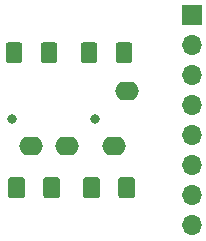
<source format=gts>
G04 #@! TF.GenerationSoftware,KiCad,Pcbnew,5.1.2-f72e74a~84~ubuntu16.04.1*
G04 #@! TF.CreationDate,2019-07-13T03:40:42-04:00*
G04 #@! TF.ProjectId,arcade_joystick_pcb,61726361-6465-45f6-9a6f-79737469636b,rev?*
G04 #@! TF.SameCoordinates,Original*
G04 #@! TF.FileFunction,Soldermask,Top*
G04 #@! TF.FilePolarity,Negative*
%FSLAX46Y46*%
G04 Gerber Fmt 4.6, Leading zero omitted, Abs format (unit mm)*
G04 Created by KiCad (PCBNEW 5.1.2-f72e74a~84~ubuntu16.04.1) date 2019-07-13 03:40:42*
%MOMM*%
%LPD*%
G04 APERTURE LIST*
%ADD10C,0.100000*%
%ADD11C,1.425000*%
%ADD12O,1.700000X1.700000*%
%ADD13R,1.700000X1.700000*%
%ADD14O,2.000000X1.600000*%
%ADD15C,0.800000*%
G04 APERTURE END LIST*
D10*
G36*
X129174504Y-95011204D02*
G01*
X129198773Y-95014804D01*
X129222571Y-95020765D01*
X129245671Y-95029030D01*
X129267849Y-95039520D01*
X129288893Y-95052133D01*
X129308598Y-95066747D01*
X129326777Y-95083223D01*
X129343253Y-95101402D01*
X129357867Y-95121107D01*
X129370480Y-95142151D01*
X129380970Y-95164329D01*
X129389235Y-95187429D01*
X129395196Y-95211227D01*
X129398796Y-95235496D01*
X129400000Y-95260000D01*
X129400000Y-96510000D01*
X129398796Y-96534504D01*
X129395196Y-96558773D01*
X129389235Y-96582571D01*
X129380970Y-96605671D01*
X129370480Y-96627849D01*
X129357867Y-96648893D01*
X129343253Y-96668598D01*
X129326777Y-96686777D01*
X129308598Y-96703253D01*
X129288893Y-96717867D01*
X129267849Y-96730480D01*
X129245671Y-96740970D01*
X129222571Y-96749235D01*
X129198773Y-96755196D01*
X129174504Y-96758796D01*
X129150000Y-96760000D01*
X128225000Y-96760000D01*
X128200496Y-96758796D01*
X128176227Y-96755196D01*
X128152429Y-96749235D01*
X128129329Y-96740970D01*
X128107151Y-96730480D01*
X128086107Y-96717867D01*
X128066402Y-96703253D01*
X128048223Y-96686777D01*
X128031747Y-96668598D01*
X128017133Y-96648893D01*
X128004520Y-96627849D01*
X127994030Y-96605671D01*
X127985765Y-96582571D01*
X127979804Y-96558773D01*
X127976204Y-96534504D01*
X127975000Y-96510000D01*
X127975000Y-95260000D01*
X127976204Y-95235496D01*
X127979804Y-95211227D01*
X127985765Y-95187429D01*
X127994030Y-95164329D01*
X128004520Y-95142151D01*
X128017133Y-95121107D01*
X128031747Y-95101402D01*
X128048223Y-95083223D01*
X128066402Y-95066747D01*
X128086107Y-95052133D01*
X128107151Y-95039520D01*
X128129329Y-95029030D01*
X128152429Y-95020765D01*
X128176227Y-95014804D01*
X128200496Y-95011204D01*
X128225000Y-95010000D01*
X129150000Y-95010000D01*
X129174504Y-95011204D01*
X129174504Y-95011204D01*
G37*
D11*
X128687500Y-95885000D03*
D10*
G36*
X132149504Y-95011204D02*
G01*
X132173773Y-95014804D01*
X132197571Y-95020765D01*
X132220671Y-95029030D01*
X132242849Y-95039520D01*
X132263893Y-95052133D01*
X132283598Y-95066747D01*
X132301777Y-95083223D01*
X132318253Y-95101402D01*
X132332867Y-95121107D01*
X132345480Y-95142151D01*
X132355970Y-95164329D01*
X132364235Y-95187429D01*
X132370196Y-95211227D01*
X132373796Y-95235496D01*
X132375000Y-95260000D01*
X132375000Y-96510000D01*
X132373796Y-96534504D01*
X132370196Y-96558773D01*
X132364235Y-96582571D01*
X132355970Y-96605671D01*
X132345480Y-96627849D01*
X132332867Y-96648893D01*
X132318253Y-96668598D01*
X132301777Y-96686777D01*
X132283598Y-96703253D01*
X132263893Y-96717867D01*
X132242849Y-96730480D01*
X132220671Y-96740970D01*
X132197571Y-96749235D01*
X132173773Y-96755196D01*
X132149504Y-96758796D01*
X132125000Y-96760000D01*
X131200000Y-96760000D01*
X131175496Y-96758796D01*
X131151227Y-96755196D01*
X131127429Y-96749235D01*
X131104329Y-96740970D01*
X131082151Y-96730480D01*
X131061107Y-96717867D01*
X131041402Y-96703253D01*
X131023223Y-96686777D01*
X131006747Y-96668598D01*
X130992133Y-96648893D01*
X130979520Y-96627849D01*
X130969030Y-96605671D01*
X130960765Y-96582571D01*
X130954804Y-96558773D01*
X130951204Y-96534504D01*
X130950000Y-96510000D01*
X130950000Y-95260000D01*
X130951204Y-95235496D01*
X130954804Y-95211227D01*
X130960765Y-95187429D01*
X130969030Y-95164329D01*
X130979520Y-95142151D01*
X130992133Y-95121107D01*
X131006747Y-95101402D01*
X131023223Y-95083223D01*
X131041402Y-95066747D01*
X131061107Y-95052133D01*
X131082151Y-95039520D01*
X131104329Y-95029030D01*
X131127429Y-95020765D01*
X131151227Y-95014804D01*
X131175496Y-95011204D01*
X131200000Y-95010000D01*
X132125000Y-95010000D01*
X132149504Y-95011204D01*
X132149504Y-95011204D01*
G37*
D11*
X131662500Y-95885000D03*
D10*
G36*
X138282004Y-83581204D02*
G01*
X138306273Y-83584804D01*
X138330071Y-83590765D01*
X138353171Y-83599030D01*
X138375349Y-83609520D01*
X138396393Y-83622133D01*
X138416098Y-83636747D01*
X138434277Y-83653223D01*
X138450753Y-83671402D01*
X138465367Y-83691107D01*
X138477980Y-83712151D01*
X138488470Y-83734329D01*
X138496735Y-83757429D01*
X138502696Y-83781227D01*
X138506296Y-83805496D01*
X138507500Y-83830000D01*
X138507500Y-85080000D01*
X138506296Y-85104504D01*
X138502696Y-85128773D01*
X138496735Y-85152571D01*
X138488470Y-85175671D01*
X138477980Y-85197849D01*
X138465367Y-85218893D01*
X138450753Y-85238598D01*
X138434277Y-85256777D01*
X138416098Y-85273253D01*
X138396393Y-85287867D01*
X138375349Y-85300480D01*
X138353171Y-85310970D01*
X138330071Y-85319235D01*
X138306273Y-85325196D01*
X138282004Y-85328796D01*
X138257500Y-85330000D01*
X137332500Y-85330000D01*
X137307996Y-85328796D01*
X137283727Y-85325196D01*
X137259929Y-85319235D01*
X137236829Y-85310970D01*
X137214651Y-85300480D01*
X137193607Y-85287867D01*
X137173902Y-85273253D01*
X137155723Y-85256777D01*
X137139247Y-85238598D01*
X137124633Y-85218893D01*
X137112020Y-85197849D01*
X137101530Y-85175671D01*
X137093265Y-85152571D01*
X137087304Y-85128773D01*
X137083704Y-85104504D01*
X137082500Y-85080000D01*
X137082500Y-83830000D01*
X137083704Y-83805496D01*
X137087304Y-83781227D01*
X137093265Y-83757429D01*
X137101530Y-83734329D01*
X137112020Y-83712151D01*
X137124633Y-83691107D01*
X137139247Y-83671402D01*
X137155723Y-83653223D01*
X137173902Y-83636747D01*
X137193607Y-83622133D01*
X137214651Y-83609520D01*
X137236829Y-83599030D01*
X137259929Y-83590765D01*
X137283727Y-83584804D01*
X137307996Y-83581204D01*
X137332500Y-83580000D01*
X138257500Y-83580000D01*
X138282004Y-83581204D01*
X138282004Y-83581204D01*
G37*
D11*
X137795000Y-84455000D03*
D10*
G36*
X135307004Y-83581204D02*
G01*
X135331273Y-83584804D01*
X135355071Y-83590765D01*
X135378171Y-83599030D01*
X135400349Y-83609520D01*
X135421393Y-83622133D01*
X135441098Y-83636747D01*
X135459277Y-83653223D01*
X135475753Y-83671402D01*
X135490367Y-83691107D01*
X135502980Y-83712151D01*
X135513470Y-83734329D01*
X135521735Y-83757429D01*
X135527696Y-83781227D01*
X135531296Y-83805496D01*
X135532500Y-83830000D01*
X135532500Y-85080000D01*
X135531296Y-85104504D01*
X135527696Y-85128773D01*
X135521735Y-85152571D01*
X135513470Y-85175671D01*
X135502980Y-85197849D01*
X135490367Y-85218893D01*
X135475753Y-85238598D01*
X135459277Y-85256777D01*
X135441098Y-85273253D01*
X135421393Y-85287867D01*
X135400349Y-85300480D01*
X135378171Y-85310970D01*
X135355071Y-85319235D01*
X135331273Y-85325196D01*
X135307004Y-85328796D01*
X135282500Y-85330000D01*
X134357500Y-85330000D01*
X134332996Y-85328796D01*
X134308727Y-85325196D01*
X134284929Y-85319235D01*
X134261829Y-85310970D01*
X134239651Y-85300480D01*
X134218607Y-85287867D01*
X134198902Y-85273253D01*
X134180723Y-85256777D01*
X134164247Y-85238598D01*
X134149633Y-85218893D01*
X134137020Y-85197849D01*
X134126530Y-85175671D01*
X134118265Y-85152571D01*
X134112304Y-85128773D01*
X134108704Y-85104504D01*
X134107500Y-85080000D01*
X134107500Y-83830000D01*
X134108704Y-83805496D01*
X134112304Y-83781227D01*
X134118265Y-83757429D01*
X134126530Y-83734329D01*
X134137020Y-83712151D01*
X134149633Y-83691107D01*
X134164247Y-83671402D01*
X134180723Y-83653223D01*
X134198902Y-83636747D01*
X134218607Y-83622133D01*
X134239651Y-83609520D01*
X134261829Y-83599030D01*
X134284929Y-83590765D01*
X134308727Y-83584804D01*
X134332996Y-83581204D01*
X134357500Y-83580000D01*
X135282500Y-83580000D01*
X135307004Y-83581204D01*
X135307004Y-83581204D01*
G37*
D11*
X134820000Y-84455000D03*
D10*
G36*
X135524504Y-95011204D02*
G01*
X135548773Y-95014804D01*
X135572571Y-95020765D01*
X135595671Y-95029030D01*
X135617849Y-95039520D01*
X135638893Y-95052133D01*
X135658598Y-95066747D01*
X135676777Y-95083223D01*
X135693253Y-95101402D01*
X135707867Y-95121107D01*
X135720480Y-95142151D01*
X135730970Y-95164329D01*
X135739235Y-95187429D01*
X135745196Y-95211227D01*
X135748796Y-95235496D01*
X135750000Y-95260000D01*
X135750000Y-96510000D01*
X135748796Y-96534504D01*
X135745196Y-96558773D01*
X135739235Y-96582571D01*
X135730970Y-96605671D01*
X135720480Y-96627849D01*
X135707867Y-96648893D01*
X135693253Y-96668598D01*
X135676777Y-96686777D01*
X135658598Y-96703253D01*
X135638893Y-96717867D01*
X135617849Y-96730480D01*
X135595671Y-96740970D01*
X135572571Y-96749235D01*
X135548773Y-96755196D01*
X135524504Y-96758796D01*
X135500000Y-96760000D01*
X134575000Y-96760000D01*
X134550496Y-96758796D01*
X134526227Y-96755196D01*
X134502429Y-96749235D01*
X134479329Y-96740970D01*
X134457151Y-96730480D01*
X134436107Y-96717867D01*
X134416402Y-96703253D01*
X134398223Y-96686777D01*
X134381747Y-96668598D01*
X134367133Y-96648893D01*
X134354520Y-96627849D01*
X134344030Y-96605671D01*
X134335765Y-96582571D01*
X134329804Y-96558773D01*
X134326204Y-96534504D01*
X134325000Y-96510000D01*
X134325000Y-95260000D01*
X134326204Y-95235496D01*
X134329804Y-95211227D01*
X134335765Y-95187429D01*
X134344030Y-95164329D01*
X134354520Y-95142151D01*
X134367133Y-95121107D01*
X134381747Y-95101402D01*
X134398223Y-95083223D01*
X134416402Y-95066747D01*
X134436107Y-95052133D01*
X134457151Y-95039520D01*
X134479329Y-95029030D01*
X134502429Y-95020765D01*
X134526227Y-95014804D01*
X134550496Y-95011204D01*
X134575000Y-95010000D01*
X135500000Y-95010000D01*
X135524504Y-95011204D01*
X135524504Y-95011204D01*
G37*
D11*
X135037500Y-95885000D03*
D10*
G36*
X138499504Y-95011204D02*
G01*
X138523773Y-95014804D01*
X138547571Y-95020765D01*
X138570671Y-95029030D01*
X138592849Y-95039520D01*
X138613893Y-95052133D01*
X138633598Y-95066747D01*
X138651777Y-95083223D01*
X138668253Y-95101402D01*
X138682867Y-95121107D01*
X138695480Y-95142151D01*
X138705970Y-95164329D01*
X138714235Y-95187429D01*
X138720196Y-95211227D01*
X138723796Y-95235496D01*
X138725000Y-95260000D01*
X138725000Y-96510000D01*
X138723796Y-96534504D01*
X138720196Y-96558773D01*
X138714235Y-96582571D01*
X138705970Y-96605671D01*
X138695480Y-96627849D01*
X138682867Y-96648893D01*
X138668253Y-96668598D01*
X138651777Y-96686777D01*
X138633598Y-96703253D01*
X138613893Y-96717867D01*
X138592849Y-96730480D01*
X138570671Y-96740970D01*
X138547571Y-96749235D01*
X138523773Y-96755196D01*
X138499504Y-96758796D01*
X138475000Y-96760000D01*
X137550000Y-96760000D01*
X137525496Y-96758796D01*
X137501227Y-96755196D01*
X137477429Y-96749235D01*
X137454329Y-96740970D01*
X137432151Y-96730480D01*
X137411107Y-96717867D01*
X137391402Y-96703253D01*
X137373223Y-96686777D01*
X137356747Y-96668598D01*
X137342133Y-96648893D01*
X137329520Y-96627849D01*
X137319030Y-96605671D01*
X137310765Y-96582571D01*
X137304804Y-96558773D01*
X137301204Y-96534504D01*
X137300000Y-96510000D01*
X137300000Y-95260000D01*
X137301204Y-95235496D01*
X137304804Y-95211227D01*
X137310765Y-95187429D01*
X137319030Y-95164329D01*
X137329520Y-95142151D01*
X137342133Y-95121107D01*
X137356747Y-95101402D01*
X137373223Y-95083223D01*
X137391402Y-95066747D01*
X137411107Y-95052133D01*
X137432151Y-95039520D01*
X137454329Y-95029030D01*
X137477429Y-95020765D01*
X137501227Y-95014804D01*
X137525496Y-95011204D01*
X137550000Y-95010000D01*
X138475000Y-95010000D01*
X138499504Y-95011204D01*
X138499504Y-95011204D01*
G37*
D11*
X138012500Y-95885000D03*
D10*
G36*
X131932004Y-83581204D02*
G01*
X131956273Y-83584804D01*
X131980071Y-83590765D01*
X132003171Y-83599030D01*
X132025349Y-83609520D01*
X132046393Y-83622133D01*
X132066098Y-83636747D01*
X132084277Y-83653223D01*
X132100753Y-83671402D01*
X132115367Y-83691107D01*
X132127980Y-83712151D01*
X132138470Y-83734329D01*
X132146735Y-83757429D01*
X132152696Y-83781227D01*
X132156296Y-83805496D01*
X132157500Y-83830000D01*
X132157500Y-85080000D01*
X132156296Y-85104504D01*
X132152696Y-85128773D01*
X132146735Y-85152571D01*
X132138470Y-85175671D01*
X132127980Y-85197849D01*
X132115367Y-85218893D01*
X132100753Y-85238598D01*
X132084277Y-85256777D01*
X132066098Y-85273253D01*
X132046393Y-85287867D01*
X132025349Y-85300480D01*
X132003171Y-85310970D01*
X131980071Y-85319235D01*
X131956273Y-85325196D01*
X131932004Y-85328796D01*
X131907500Y-85330000D01*
X130982500Y-85330000D01*
X130957996Y-85328796D01*
X130933727Y-85325196D01*
X130909929Y-85319235D01*
X130886829Y-85310970D01*
X130864651Y-85300480D01*
X130843607Y-85287867D01*
X130823902Y-85273253D01*
X130805723Y-85256777D01*
X130789247Y-85238598D01*
X130774633Y-85218893D01*
X130762020Y-85197849D01*
X130751530Y-85175671D01*
X130743265Y-85152571D01*
X130737304Y-85128773D01*
X130733704Y-85104504D01*
X130732500Y-85080000D01*
X130732500Y-83830000D01*
X130733704Y-83805496D01*
X130737304Y-83781227D01*
X130743265Y-83757429D01*
X130751530Y-83734329D01*
X130762020Y-83712151D01*
X130774633Y-83691107D01*
X130789247Y-83671402D01*
X130805723Y-83653223D01*
X130823902Y-83636747D01*
X130843607Y-83622133D01*
X130864651Y-83609520D01*
X130886829Y-83599030D01*
X130909929Y-83590765D01*
X130933727Y-83584804D01*
X130957996Y-83581204D01*
X130982500Y-83580000D01*
X131907500Y-83580000D01*
X131932004Y-83581204D01*
X131932004Y-83581204D01*
G37*
D11*
X131445000Y-84455000D03*
D10*
G36*
X128957004Y-83581204D02*
G01*
X128981273Y-83584804D01*
X129005071Y-83590765D01*
X129028171Y-83599030D01*
X129050349Y-83609520D01*
X129071393Y-83622133D01*
X129091098Y-83636747D01*
X129109277Y-83653223D01*
X129125753Y-83671402D01*
X129140367Y-83691107D01*
X129152980Y-83712151D01*
X129163470Y-83734329D01*
X129171735Y-83757429D01*
X129177696Y-83781227D01*
X129181296Y-83805496D01*
X129182500Y-83830000D01*
X129182500Y-85080000D01*
X129181296Y-85104504D01*
X129177696Y-85128773D01*
X129171735Y-85152571D01*
X129163470Y-85175671D01*
X129152980Y-85197849D01*
X129140367Y-85218893D01*
X129125753Y-85238598D01*
X129109277Y-85256777D01*
X129091098Y-85273253D01*
X129071393Y-85287867D01*
X129050349Y-85300480D01*
X129028171Y-85310970D01*
X129005071Y-85319235D01*
X128981273Y-85325196D01*
X128957004Y-85328796D01*
X128932500Y-85330000D01*
X128007500Y-85330000D01*
X127982996Y-85328796D01*
X127958727Y-85325196D01*
X127934929Y-85319235D01*
X127911829Y-85310970D01*
X127889651Y-85300480D01*
X127868607Y-85287867D01*
X127848902Y-85273253D01*
X127830723Y-85256777D01*
X127814247Y-85238598D01*
X127799633Y-85218893D01*
X127787020Y-85197849D01*
X127776530Y-85175671D01*
X127768265Y-85152571D01*
X127762304Y-85128773D01*
X127758704Y-85104504D01*
X127757500Y-85080000D01*
X127757500Y-83830000D01*
X127758704Y-83805496D01*
X127762304Y-83781227D01*
X127768265Y-83757429D01*
X127776530Y-83734329D01*
X127787020Y-83712151D01*
X127799633Y-83691107D01*
X127814247Y-83671402D01*
X127830723Y-83653223D01*
X127848902Y-83636747D01*
X127868607Y-83622133D01*
X127889651Y-83609520D01*
X127911829Y-83599030D01*
X127934929Y-83590765D01*
X127958727Y-83584804D01*
X127982996Y-83581204D01*
X128007500Y-83580000D01*
X128932500Y-83580000D01*
X128957004Y-83581204D01*
X128957004Y-83581204D01*
G37*
D11*
X128470000Y-84455000D03*
D12*
X143510000Y-99060000D03*
X143510000Y-96520000D03*
X143510000Y-93980000D03*
X143510000Y-91440000D03*
X143510000Y-88900000D03*
X143510000Y-86360000D03*
X143510000Y-83820000D03*
D13*
X143510000Y-81280000D03*
D14*
X138040001Y-87735000D03*
X136940001Y-92335000D03*
X129940001Y-92335000D03*
D15*
X135340001Y-90035000D03*
X128340001Y-90035000D03*
D14*
X132940001Y-92335000D03*
M02*

</source>
